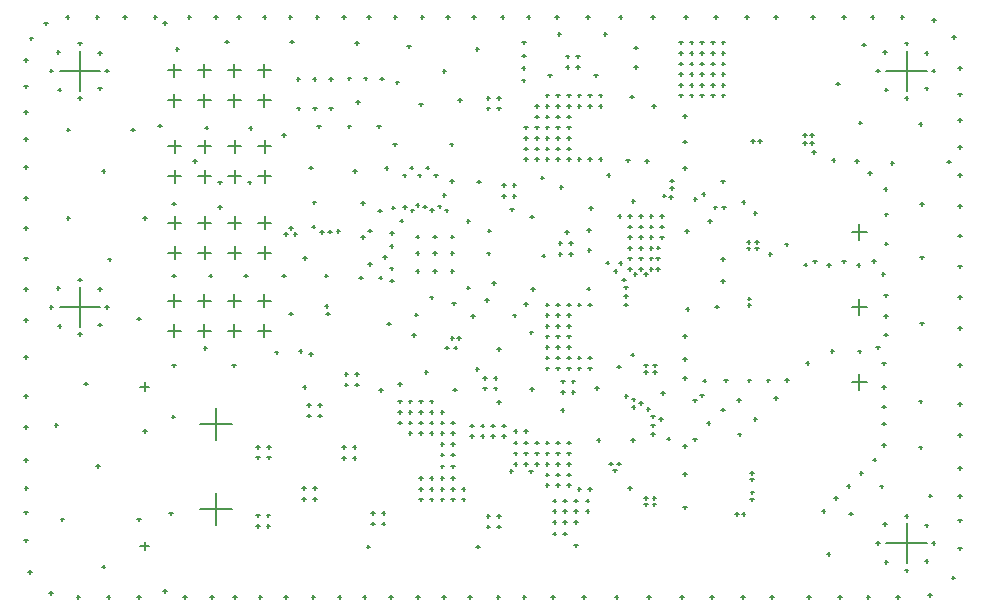
<source format=gbr>
G04*
G04 #@! TF.GenerationSoftware,Altium Limited,Altium Designer,24.10.1 (45)*
G04*
G04 Layer_Color=128*
%FSLAX25Y25*%
%MOIN*%
G70*
G04*
G04 #@! TF.SameCoordinates,CBAACD6F-12D9-4D4A-9EA7-E70620961981*
G04*
G04*
G04 #@! TF.FilePolarity,Positive*
G04*
G01*
G75*
%ADD11C,0.00500*%
D11*
X12992Y177165D02*
X26378D01*
X19685Y170472D02*
Y183858D01*
X12992Y98425D02*
X26378D01*
X19685Y91732D02*
Y105118D01*
X49016Y100551D02*
X53347D01*
X51181Y98386D02*
Y102717D01*
X79016Y100551D02*
X83346D01*
X81181Y98386D02*
Y102717D01*
X59016Y100551D02*
X63346D01*
X61181Y98386D02*
Y102717D01*
X69016Y100551D02*
X73347D01*
X71181Y98386D02*
Y102717D01*
X79016Y90551D02*
X83346D01*
X81181Y88386D02*
Y92716D01*
X49016Y90551D02*
X53347D01*
X51181Y88386D02*
Y92716D01*
X59016Y90551D02*
X63346D01*
X61181Y88386D02*
Y92716D01*
X69016Y90551D02*
X73347D01*
X71181Y88386D02*
Y92716D01*
X288583Y177165D02*
X301969D01*
X295276Y170472D02*
Y183858D01*
X69117Y141991D02*
X73448D01*
X71282Y139825D02*
Y144156D01*
X59117Y141991D02*
X63448D01*
X61282Y139825D02*
Y144156D01*
X49117Y141991D02*
X53448D01*
X51282Y139825D02*
Y144156D01*
X79117Y141991D02*
X83448D01*
X81282Y139825D02*
Y144156D01*
X69117Y151991D02*
X73448D01*
X71282Y149826D02*
Y154156D01*
X59117Y151991D02*
X63448D01*
X61282Y149826D02*
Y154156D01*
X79117Y151991D02*
X83448D01*
X81282Y149826D02*
Y154156D01*
X49117Y151991D02*
X53448D01*
X51282Y149826D02*
Y154156D01*
X276969Y73425D02*
X282087D01*
X279528Y70866D02*
Y75984D01*
X276969Y98425D02*
X282087D01*
X279528Y95866D02*
Y100984D01*
X276969Y123425D02*
X282087D01*
X279528Y120866D02*
Y125984D01*
X59646Y31102D02*
X70276D01*
X64961Y25787D02*
Y36417D01*
X59646Y59449D02*
X70276D01*
X64961Y54134D02*
Y64764D01*
X39862Y18701D02*
X42815D01*
X41339Y17224D02*
Y20177D01*
X39862Y71850D02*
X42815D01*
X41339Y70374D02*
Y73327D01*
X69117Y116400D02*
X73448D01*
X71282Y114235D02*
Y118566D01*
X59117Y116400D02*
X63448D01*
X61282Y114235D02*
Y118566D01*
X49117Y116400D02*
X53448D01*
X51282Y114235D02*
Y118566D01*
X79117Y116400D02*
X83448D01*
X81282Y114235D02*
Y118566D01*
X69117Y126400D02*
X73448D01*
X71282Y124235D02*
Y128566D01*
X59117Y126400D02*
X63448D01*
X61282Y124235D02*
Y128566D01*
X79117Y126400D02*
X83448D01*
X81282Y124235D02*
Y128566D01*
X49117Y126400D02*
X53448D01*
X51282Y124235D02*
Y128566D01*
X69016Y167323D02*
X73347D01*
X71181Y165157D02*
Y169488D01*
X59016Y167323D02*
X63346D01*
X61181Y165157D02*
Y169488D01*
X49016Y167323D02*
X53347D01*
X51181Y165157D02*
Y169488D01*
X79016Y167323D02*
X83346D01*
X81181Y165157D02*
Y169488D01*
X69016Y177323D02*
X73347D01*
X71181Y175157D02*
Y179488D01*
X59016Y177323D02*
X63346D01*
X61181Y175157D02*
Y179488D01*
X79016Y177323D02*
X83346D01*
X81181Y175157D02*
Y179488D01*
X49016Y177323D02*
X53347D01*
X51181Y175157D02*
Y179488D01*
X288583Y19685D02*
X301969D01*
X295276Y12992D02*
Y26378D01*
X210827Y78937D02*
X212008D01*
X211417Y78347D02*
Y79528D01*
X210827Y76673D02*
X212008D01*
X211417Y76083D02*
Y77264D01*
X285236Y19685D02*
X286417D01*
X285827Y19094D02*
Y20276D01*
X303740Y19685D02*
X304921D01*
X304331Y19094D02*
Y20276D01*
X294685Y28740D02*
X295866D01*
X295276Y28150D02*
Y29331D01*
X294685Y10630D02*
X295866D01*
X295276Y10039D02*
Y11220D01*
X287598Y25984D02*
X288779D01*
X288189Y25394D02*
Y26575D01*
X301378Y25591D02*
X302559D01*
X301969Y25000D02*
Y26181D01*
X287992Y13386D02*
X289173D01*
X288583Y12795D02*
Y13976D01*
X301378Y13780D02*
X302559D01*
X301969Y13189D02*
Y14370D01*
X285236Y177165D02*
X286417D01*
X285827Y176575D02*
Y177756D01*
X303740Y177165D02*
X304921D01*
X304331Y176575D02*
Y177756D01*
X294685Y186221D02*
X295866D01*
X295276Y185630D02*
Y186811D01*
X294685Y168110D02*
X295866D01*
X295276Y167520D02*
Y168701D01*
X287598Y183465D02*
X288779D01*
X288189Y182874D02*
Y184055D01*
X301378Y183071D02*
X302559D01*
X301969Y182480D02*
Y183661D01*
X287992Y170866D02*
X289173D01*
X288583Y170276D02*
Y171457D01*
X301378Y171260D02*
X302559D01*
X301969Y170669D02*
Y171850D01*
X9646Y98425D02*
X10827D01*
X10236Y97835D02*
Y99016D01*
X28150Y98425D02*
X29331D01*
X28740Y97835D02*
Y99016D01*
X19094Y107480D02*
X20276D01*
X19685Y106890D02*
Y108071D01*
X19094Y89370D02*
X20276D01*
X19685Y88779D02*
Y89961D01*
X12008Y104724D02*
X13189D01*
X12598Y104134D02*
Y105315D01*
X25787Y104331D02*
X26969D01*
X26378Y103740D02*
Y104921D01*
X12402Y92126D02*
X13583D01*
X12992Y91535D02*
Y92716D01*
X25787Y92520D02*
X26969D01*
X26378Y91929D02*
Y93110D01*
X25787Y171260D02*
X26969D01*
X26378Y170669D02*
Y171850D01*
X12402Y170866D02*
X13583D01*
X12992Y170276D02*
Y171457D01*
X25787Y183071D02*
X26969D01*
X26378Y182480D02*
Y183661D01*
X12008Y183465D02*
X13189D01*
X12598Y182874D02*
Y184055D01*
X19094Y168110D02*
X20276D01*
X19685Y167520D02*
Y168701D01*
X19094Y186221D02*
X20276D01*
X19685Y185630D02*
Y186811D01*
X28150Y177165D02*
X29331D01*
X28740Y176575D02*
Y177756D01*
X9646Y177165D02*
X10827D01*
X10236Y176575D02*
Y177756D01*
X130512Y88976D02*
X131693D01*
X131102Y88386D02*
Y89567D01*
X81988Y25394D02*
X83169D01*
X82579Y24803D02*
Y25984D01*
X78445Y25394D02*
X79626D01*
X79035Y24803D02*
Y25984D01*
X78445Y28937D02*
X79626D01*
X79035Y28346D02*
Y29528D01*
X81988Y28937D02*
X83169D01*
X82579Y28346D02*
Y29528D01*
X110728Y48130D02*
X111909D01*
X111319Y47539D02*
Y48720D01*
X107185Y48130D02*
X108366D01*
X107776Y47539D02*
Y48720D01*
X107185Y51673D02*
X108366D01*
X107776Y51083D02*
Y52264D01*
X110728Y51673D02*
X111909D01*
X111319Y51083D02*
Y52264D01*
X111516Y76083D02*
X112697D01*
X112106Y75492D02*
Y76673D01*
X107973Y76083D02*
X109153D01*
X108563Y75492D02*
Y76673D01*
X107973Y72539D02*
X109153D01*
X108563Y71949D02*
Y73130D01*
X111516Y72539D02*
X112697D01*
X112106Y71949D02*
Y73130D01*
X82087Y51772D02*
X83268D01*
X82677Y51181D02*
Y52362D01*
X78543Y51772D02*
X79724D01*
X79134Y51181D02*
Y52362D01*
X78543Y48228D02*
X79724D01*
X79134Y47638D02*
Y48819D01*
X82087Y48228D02*
X83268D01*
X82677Y47638D02*
Y48819D01*
X120374Y29724D02*
X121555D01*
X120965Y29134D02*
Y30315D01*
X116831Y29724D02*
X118012D01*
X117421Y29134D02*
Y30315D01*
X116831Y26181D02*
X118012D01*
X117421Y25591D02*
Y26772D01*
X120374Y26181D02*
X121555D01*
X120965Y25591D02*
Y26772D01*
X97441Y37992D02*
X98622D01*
X98032Y37402D02*
Y38583D01*
X93898Y37992D02*
X95079D01*
X94488Y37402D02*
Y38583D01*
X93898Y34449D02*
X95079D01*
X94488Y33858D02*
Y35039D01*
X97441Y34449D02*
X98622D01*
X98032Y33858D02*
Y35039D01*
X99114Y65748D02*
X100295D01*
X99705Y65158D02*
Y66339D01*
X95571Y65748D02*
X96752D01*
X96161Y65158D02*
Y66339D01*
X95571Y62205D02*
X96752D01*
X96161Y61614D02*
Y62795D01*
X99114Y62205D02*
X100295D01*
X99705Y61614D02*
Y62795D01*
X197539Y43898D02*
X198721D01*
X198130Y43307D02*
Y44488D01*
X192086Y54001D02*
X193267D01*
X192676Y53411D02*
Y54592D01*
X221572Y123671D02*
X222753D01*
X222163Y123080D02*
Y124261D01*
X151887Y18553D02*
X153068D01*
X152478Y17962D02*
Y19143D01*
X94013Y71702D02*
X95194D01*
X94604Y71112D02*
Y72293D01*
X184564Y18946D02*
X185745D01*
X185155Y18356D02*
Y19537D01*
X115273Y18553D02*
X116454D01*
X115863Y17962D02*
Y19143D01*
X49525Y29576D02*
X50706D01*
X50115Y28986D02*
Y30167D01*
X50312Y61860D02*
X51493D01*
X50903Y61269D02*
Y62450D01*
X38895Y94537D02*
X40076D01*
X39485Y93946D02*
Y95127D01*
X29052Y114222D02*
X30233D01*
X29643Y113631D02*
Y114813D01*
X15273Y128001D02*
X16454D01*
X15864Y127411D02*
Y128592D01*
X40863Y128001D02*
X42044D01*
X41454Y127411D02*
Y128592D01*
X27084Y143750D02*
X28265D01*
X27674Y143159D02*
Y144340D01*
X36926Y157529D02*
X38107D01*
X37517Y156939D02*
Y158120D01*
X15273Y157529D02*
X16454D01*
X15864Y156939D02*
Y158120D01*
X27084Y11860D02*
X28265D01*
X27674Y11269D02*
Y12450D01*
X38895Y27608D02*
X40076D01*
X39485Y27017D02*
Y28198D01*
X13304Y27608D02*
X14485D01*
X13895Y27017D02*
Y28198D01*
X25115Y45324D02*
X26296D01*
X25706Y44734D02*
Y45915D01*
X11336Y59104D02*
X12517D01*
X11926Y58513D02*
Y59694D01*
X21178Y72883D02*
X22359D01*
X21769Y72293D02*
Y73474D01*
X40863Y57135D02*
X42044D01*
X41454Y56545D02*
Y57726D01*
X302675Y35482D02*
X303856D01*
X303265Y34891D02*
Y36072D01*
X38878Y1772D02*
X40059D01*
X39469Y1181D02*
Y2362D01*
X28740Y1772D02*
X29921D01*
X29331Y1181D02*
Y2362D01*
X18602Y1772D02*
X19783D01*
X19193Y1181D02*
Y2362D01*
X9449Y3051D02*
X10630D01*
X10039Y2461D02*
Y3642D01*
X25000Y195079D02*
X26181D01*
X25591Y194488D02*
Y195669D01*
X7776Y192913D02*
X8957D01*
X8366Y192323D02*
Y193504D01*
X15059Y195079D02*
X16240D01*
X15650Y194488D02*
Y195669D01*
X34252Y195079D02*
X35433D01*
X34843Y194488D02*
Y195669D01*
X44291Y195079D02*
X45472D01*
X44882Y194488D02*
Y195669D01*
X299410Y51575D02*
X300590D01*
X300000Y50984D02*
Y52165D01*
X113583Y133071D02*
X114764D01*
X114173Y132480D02*
Y133661D01*
X164066Y95616D02*
X165247D01*
X164657Y95025D02*
Y96206D01*
X177362Y26772D02*
X178543D01*
X177953Y26181D02*
Y27362D01*
X139961Y49213D02*
X141142D01*
X140551Y48622D02*
Y49803D01*
X287205Y59547D02*
X288386D01*
X287795Y58957D02*
Y60138D01*
X270374Y147343D02*
X271555D01*
X270965Y146752D02*
Y147933D01*
X72244Y195079D02*
X73425D01*
X72835Y194488D02*
Y195669D01*
X162992Y43701D02*
X164173D01*
X163583Y43110D02*
Y44291D01*
X136516Y130709D02*
X137697D01*
X137106Y130118D02*
Y131299D01*
X143307Y121850D02*
X144488D01*
X143898Y121260D02*
Y122441D01*
X151673Y184449D02*
X152854D01*
X152264Y183858D02*
Y185039D01*
X169783Y128543D02*
X170965D01*
X170374Y127953D02*
Y129134D01*
X132874Y34252D02*
X134055D01*
X133465Y33661D02*
Y34843D01*
X136417Y59842D02*
X137598D01*
X137008Y59252D02*
Y60433D01*
X269980Y83661D02*
X271161D01*
X270571Y83071D02*
Y84252D01*
X303839Y193996D02*
X305020D01*
X304429Y193405D02*
Y194587D01*
X143307Y88090D02*
X144488D01*
X143898Y87500D02*
Y88681D01*
X206102Y118110D02*
X207283D01*
X206693Y117520D02*
Y118701D01*
X199409Y112992D02*
X200591D01*
X200000Y112402D02*
Y113583D01*
X181693Y178347D02*
X182874D01*
X182283Y177756D02*
Y178937D01*
X198917Y78543D02*
X200098D01*
X199508Y77953D02*
Y79134D01*
X182087Y168898D02*
X183268D01*
X182677Y168307D02*
Y169488D01*
X147047Y34252D02*
X148228D01*
X147638Y33661D02*
Y34843D01*
X219488Y183071D02*
X220669D01*
X220079Y182480D02*
Y183661D01*
X220866Y74803D02*
X222047D01*
X221457Y74213D02*
Y75394D01*
X312598Y101673D02*
X313779D01*
X313189Y101083D02*
Y102264D01*
X143813Y99586D02*
X144994D01*
X144404Y98996D02*
Y100177D01*
X228740Y59646D02*
X229921D01*
X229331Y59055D02*
Y60236D01*
X180118Y73622D02*
X181299D01*
X180709Y73032D02*
Y74213D01*
X157677Y71260D02*
X158858D01*
X158268Y70669D02*
Y71850D01*
X151673Y77756D02*
X152854D01*
X152264Y77165D02*
Y78347D01*
X182087Y158268D02*
X183268D01*
X182677Y157677D02*
Y158858D01*
X175000Y49606D02*
X176181D01*
X175591Y49016D02*
Y50197D01*
X226575Y186614D02*
X227756D01*
X227165Y186024D02*
Y187205D01*
X167126Y186614D02*
X168307D01*
X167717Y186024D02*
Y187205D01*
X63091Y1772D02*
X64272D01*
X63681Y1181D02*
Y2362D01*
X1181Y68799D02*
X2362D01*
X1772Y68209D02*
Y69390D01*
X210236Y58957D02*
X211417D01*
X210827Y58366D02*
Y59547D01*
X201279Y68800D02*
X202461D01*
X201870Y68209D02*
Y69390D01*
X70571Y78937D02*
X71752D01*
X71161Y78347D02*
Y79528D01*
X175000Y165354D02*
X176181D01*
X175591Y164764D02*
Y165945D01*
X189173Y81496D02*
X190354D01*
X189764Y80905D02*
Y82087D01*
X230118Y172441D02*
X231299D01*
X230709Y171850D02*
Y173031D01*
X188976Y117421D02*
X190157D01*
X189567Y116831D02*
Y118012D01*
X140551Y1772D02*
X141732D01*
X141142Y1181D02*
Y2362D01*
X1181Y163386D02*
X2362D01*
X1772Y162795D02*
Y163976D01*
X92028Y164567D02*
X93209D01*
X92618Y163976D02*
Y165157D01*
X243307Y36614D02*
X244488D01*
X243898Y36024D02*
Y37205D01*
X171457Y151181D02*
X172638D01*
X172047Y150591D02*
Y151772D01*
X171457Y49606D02*
X172638D01*
X172047Y49016D02*
Y50197D01*
X175000Y99213D02*
X176181D01*
X175591Y98622D02*
Y99803D01*
X206102Y111024D02*
X207283D01*
X206693Y110433D02*
Y111614D01*
X210531Y165453D02*
X211713D01*
X211122Y164862D02*
Y166043D01*
X229823Y1772D02*
X231004D01*
X230413Y1181D02*
Y2362D01*
X251181Y195079D02*
X252362D01*
X251772Y194488D02*
Y195669D01*
X89468Y96161D02*
X90650D01*
X90059Y95571D02*
Y96752D01*
X139075Y131890D02*
X140256D01*
X139665Y131299D02*
Y132480D01*
X149803Y58858D02*
X150984D01*
X150394Y58268D02*
Y59449D01*
X61390Y158188D02*
X62571D01*
X61980Y157597D02*
Y158778D01*
X178543Y42520D02*
X179724D01*
X179134Y41929D02*
Y43110D01*
X182087Y92126D02*
X183268D01*
X182677Y91535D02*
Y92716D01*
X196161Y46161D02*
X197343D01*
X196752Y45571D02*
Y46752D01*
X251181Y68012D02*
X252362D01*
X251772Y67421D02*
Y68602D01*
X2461Y10039D02*
X3642D01*
X3051Y9449D02*
Y10630D01*
X160039Y195079D02*
X161221D01*
X160630Y194488D02*
Y195669D01*
X119488Y70768D02*
X120669D01*
X120079Y70177D02*
Y71358D01*
X143209Y140453D02*
X144390D01*
X143799Y139862D02*
Y141043D01*
X121358Y144685D02*
X122539D01*
X121949Y144095D02*
Y145276D01*
X169898Y71086D02*
X171080D01*
X170489Y70495D02*
Y71676D01*
X177362Y30315D02*
X178543D01*
X177953Y29724D02*
Y30906D01*
X143504Y49213D02*
X144685D01*
X144095Y48622D02*
Y49803D01*
X287205Y52461D02*
X288386D01*
X287795Y51870D02*
Y53051D01*
X278248Y147047D02*
X279429D01*
X278839Y146457D02*
Y147638D01*
X80709Y195079D02*
X81890D01*
X81299Y194488D02*
Y195669D01*
X169587Y43602D02*
X170768D01*
X170177Y43012D02*
Y44193D01*
X134144Y131832D02*
X135325D01*
X134734Y131242D02*
Y132423D01*
X299410Y159449D02*
X300590D01*
X300000Y158858D02*
Y160039D01*
X140650Y176969D02*
X141831D01*
X141240Y176378D02*
Y177559D01*
X179626Y138386D02*
X180807D01*
X180217Y137795D02*
Y138976D01*
X136417Y34252D02*
X137598D01*
X137008Y33661D02*
Y34843D01*
X139961Y59842D02*
X141142D01*
X140551Y59252D02*
Y60433D01*
X261713Y79724D02*
X262894D01*
X262303Y79134D02*
Y80315D01*
X310531Y188386D02*
X311713D01*
X311122Y187795D02*
Y188976D01*
X145472Y87992D02*
X146653D01*
X146063Y87402D02*
Y88583D01*
X202559Y121653D02*
X203740D01*
X203150Y121063D02*
Y122244D01*
X131693Y121850D02*
X132874D01*
X132283Y121260D02*
Y122441D01*
X181693Y181890D02*
X182874D01*
X182283Y181299D02*
Y182480D01*
X191437Y71457D02*
X192618D01*
X192028Y70866D02*
Y72047D01*
X189173Y168898D02*
X190354D01*
X189764Y168307D02*
Y169488D01*
X147047Y37795D02*
X148228D01*
X147638Y37205D02*
Y38386D01*
X219488Y168898D02*
X220669D01*
X220079Y168307D02*
Y169488D01*
X268799Y112402D02*
X269980D01*
X269390Y111811D02*
Y112992D01*
X312598Y111909D02*
X313779D01*
X313189Y111319D02*
Y112500D01*
X200492Y107480D02*
X201673D01*
X201083Y106890D02*
Y108071D01*
X201181Y102067D02*
X202362D01*
X201772Y101476D02*
Y102657D01*
X180118Y70079D02*
X181299D01*
X180709Y69488D02*
Y70669D01*
X154134Y71260D02*
X155315D01*
X154724Y70669D02*
Y71850D01*
X203642Y133661D02*
X204823D01*
X204232Y133071D02*
Y134252D01*
X178543Y158268D02*
X179724D01*
X179134Y157677D02*
Y158858D01*
X175000Y46063D02*
X176181D01*
X175591Y45472D02*
Y46654D01*
X223031Y183071D02*
X224213D01*
X223622Y182480D02*
Y183661D01*
X167028Y173917D02*
X168209D01*
X167618Y173327D02*
Y174508D01*
X312598Y17913D02*
X313779D01*
X313189Y17323D02*
Y18504D01*
X1181Y58465D02*
X2362D01*
X1772Y57874D02*
Y59055D01*
X210236Y61910D02*
X211417D01*
X210827Y61319D02*
Y62500D01*
X182874Y116142D02*
X184055D01*
X183465Y115551D02*
Y116732D01*
X84744Y83268D02*
X85925D01*
X85335Y82677D02*
Y83858D01*
X175000Y161811D02*
X176181D01*
X175591Y161221D02*
Y162402D01*
X189173Y77953D02*
X190354D01*
X189764Y77362D02*
Y78543D01*
X230118Y175984D02*
X231299D01*
X230709Y175394D02*
Y176575D01*
X240354Y133392D02*
X241535D01*
X240945Y132801D02*
Y133983D01*
X131890Y1772D02*
X133071D01*
X132480Y1181D02*
Y2362D01*
X1181Y154429D02*
X2362D01*
X1772Y153839D02*
Y155020D01*
X97441Y164567D02*
X98622D01*
X98032Y163976D02*
Y165157D01*
X243209Y34252D02*
X244390D01*
X243799Y33661D02*
Y34843D01*
X167913Y151181D02*
X169095D01*
X168504Y150591D02*
Y151772D01*
X171457Y53150D02*
X172638D01*
X172047Y52559D02*
Y53740D01*
X178543Y99213D02*
X179724D01*
X179134Y98622D02*
Y99803D01*
X209646Y111024D02*
X210827D01*
X210236Y110433D02*
Y111614D01*
X208169Y147047D02*
X209350D01*
X208760Y146457D02*
Y147638D01*
X219882Y1772D02*
X221063D01*
X220472Y1181D02*
Y2362D01*
X263484Y195079D02*
X264665D01*
X264075Y194488D02*
Y195669D01*
X135039Y144882D02*
X136221D01*
X135630Y144291D02*
Y145472D01*
X105315Y123672D02*
X106496D01*
X105905Y123082D02*
Y124263D01*
X153347Y58858D02*
X154528D01*
X153937Y58268D02*
Y59449D01*
X76083Y158071D02*
X77264D01*
X76673Y157480D02*
Y158661D01*
X182087Y42520D02*
X183268D01*
X182677Y41929D02*
Y43110D01*
X182087Y88583D02*
X183268D01*
X182677Y87992D02*
Y89173D01*
X197736Y110335D02*
X198917D01*
X198327Y109744D02*
Y110925D01*
X220768Y52067D02*
X221949D01*
X221358Y51476D02*
Y52658D01*
X47441Y3740D02*
X48622D01*
X48031Y3150D02*
Y4331D01*
X168701Y195079D02*
X169882D01*
X169291Y194488D02*
Y195669D01*
X134646Y76673D02*
X135827D01*
X135236Y76083D02*
Y77264D01*
X123228Y123130D02*
X124409D01*
X123819Y122539D02*
Y123721D01*
X204289Y109457D02*
X205470D01*
X204879Y108866D02*
Y110047D01*
X286417Y38583D02*
X287598D01*
X287008Y37992D02*
Y39173D01*
X96260Y144882D02*
X97441D01*
X96850Y144291D02*
Y145472D01*
X177362Y33858D02*
X178543D01*
X177953Y33268D02*
Y34449D01*
X139961Y45276D02*
X141142D01*
X140551Y44685D02*
Y45866D01*
X284055Y47539D02*
X285236D01*
X284646Y46949D02*
Y48130D01*
X282480Y143012D02*
X283661D01*
X283071Y142421D02*
Y143602D01*
X89272Y195079D02*
X90453D01*
X89862Y194488D02*
Y195669D01*
X263189Y153051D02*
X264370D01*
X263779Y152461D02*
Y153642D01*
X129947Y130584D02*
X131129D01*
X130538Y129993D02*
Y131175D01*
X279331Y159843D02*
X280512D01*
X279921Y159252D02*
Y160433D01*
X128839Y185236D02*
X130020D01*
X129429Y184646D02*
Y185827D01*
X195374Y142323D02*
X196555D01*
X195965Y141732D02*
Y142913D01*
X139961Y34252D02*
X141142D01*
X140551Y33661D02*
Y34843D01*
X136417Y63386D02*
X137598D01*
X137008Y62795D02*
Y63976D01*
X254823Y74114D02*
X256004D01*
X255413Y73524D02*
Y74705D01*
X310335Y8169D02*
X311516D01*
X310925Y7579D02*
Y8760D01*
X131299Y95866D02*
X132480D01*
X131890Y95276D02*
Y96457D01*
X202559Y128740D02*
X203740D01*
X203150Y128150D02*
Y129331D01*
X137500Y121850D02*
X138681D01*
X138091Y121260D02*
Y122441D01*
X185236Y181890D02*
X186417D01*
X185827Y181299D02*
Y182480D01*
X163091Y130905D02*
X164272D01*
X163681Y130315D02*
Y131496D01*
X185630Y168898D02*
X186811D01*
X186221Y168307D02*
Y169488D01*
X143504Y41339D02*
X144685D01*
X144095Y40748D02*
Y41929D01*
X219488Y175984D02*
X220669D01*
X220079Y175394D02*
Y176575D01*
X278740Y112402D02*
X279921D01*
X279331Y111811D02*
Y112992D01*
X312598Y122146D02*
X313779D01*
X313189Y121555D02*
Y122736D01*
X207874Y76673D02*
X209055D01*
X208465Y76083D02*
Y77264D01*
X201181Y104921D02*
X202362D01*
X201772Y104331D02*
Y105512D01*
X183661Y70079D02*
X184843D01*
X184252Y69488D02*
Y70669D01*
X154134Y74803D02*
X155315D01*
X154724Y74213D02*
Y75394D01*
X178937Y189370D02*
X180118D01*
X179528Y188779D02*
Y189961D01*
X178543Y161811D02*
X179724D01*
X179134Y161221D02*
Y162402D01*
X125787Y63386D02*
X126969D01*
X126378Y62795D02*
Y63976D01*
X230118Y183071D02*
X231299D01*
X230709Y182480D02*
Y183661D01*
X167126Y182185D02*
X168307D01*
X167717Y181595D02*
Y182776D01*
X312598Y27264D02*
X313779D01*
X313189Y26673D02*
Y27854D01*
X1181Y47343D02*
X2362D01*
X1772Y46752D02*
Y47933D01*
X203740Y65059D02*
X204921D01*
X204331Y64468D02*
Y65650D01*
X179331Y116142D02*
X180512D01*
X179921Y115551D02*
Y116732D01*
X60943Y84748D02*
X62124D01*
X61533Y84158D02*
Y85339D01*
X175000Y158268D02*
X176181D01*
X175591Y157677D02*
Y158858D01*
X185630Y77953D02*
X186811D01*
X186221Y77362D02*
Y78543D01*
X223031Y172441D02*
X224213D01*
X223622Y171850D02*
Y173031D01*
X249311Y116043D02*
X250492D01*
X249902Y115453D02*
Y116634D01*
X122933Y1772D02*
X124114D01*
X123524Y1181D02*
Y2362D01*
X1181Y144980D02*
X2362D01*
X1772Y144390D02*
Y145571D01*
X102854Y174409D02*
X104035D01*
X103445Y173819D02*
Y175000D01*
X224213Y67224D02*
X225394D01*
X224803Y66634D02*
Y67815D01*
X167913Y154724D02*
X169095D01*
X168504Y154134D02*
Y155315D01*
X178543Y147638D02*
X179724D01*
X179134Y147047D02*
Y148228D01*
X182087Y99213D02*
X183268D01*
X182677Y98622D02*
Y99803D01*
X233661Y168898D02*
X234842D01*
X234252Y168307D02*
Y169488D01*
X195079Y113189D02*
X196260D01*
X195669Y112598D02*
Y113779D01*
X208760Y1772D02*
X209941D01*
X209350Y1181D02*
Y2362D01*
X273917Y195079D02*
X275098D01*
X274508Y194488D02*
Y195669D01*
X129724Y144882D02*
X130905D01*
X130315Y144291D02*
Y145472D01*
X99803Y123327D02*
X100984D01*
X100394Y122736D02*
Y123917D01*
X153347Y55315D02*
X154528D01*
X153937Y54724D02*
Y55905D01*
X50492Y108858D02*
X51673D01*
X51083Y108268D02*
Y109449D01*
X182087Y46063D02*
X183268D01*
X182677Y45472D02*
Y46654D01*
X178543Y88583D02*
X179724D01*
X179134Y87992D02*
Y89173D01*
X242028Y120079D02*
X243209D01*
X242618Y119488D02*
Y120669D01*
X220768Y42717D02*
X221949D01*
X221358Y42126D02*
Y43307D01*
X54232Y1772D02*
X55413D01*
X54823Y1181D02*
Y2362D01*
X178248Y195079D02*
X179429D01*
X178839Y194488D02*
Y195669D01*
X125787Y72736D02*
X126969D01*
X126378Y72146D02*
Y73327D01*
X119193Y130512D02*
X120374D01*
X119783Y129921D02*
Y131102D01*
X97342Y133268D02*
X98524D01*
X97933Y132677D02*
Y133858D01*
X180020Y63976D02*
X181201D01*
X180610Y63386D02*
Y64567D01*
X177362Y22835D02*
X178543D01*
X177953Y22244D02*
Y23425D01*
X143504Y45276D02*
X144685D01*
X144095Y44685D02*
Y45866D01*
X279626Y43012D02*
X280807D01*
X280217Y42421D02*
Y43602D01*
X287697Y137795D02*
X288878D01*
X288287Y137205D02*
Y138386D01*
X98327Y195079D02*
X99508D01*
X98917Y194488D02*
Y195669D01*
X242323Y99016D02*
X243504D01*
X242913Y98425D02*
Y99606D01*
X127559Y131693D02*
X128740D01*
X128150Y131102D02*
Y132283D01*
X289961Y146457D02*
X291142D01*
X290551Y145866D02*
Y147047D01*
X111516Y186417D02*
X112697D01*
X112106Y185827D02*
Y187008D01*
X173721Y115551D02*
X174902D01*
X174311Y114961D02*
Y116142D01*
X180905Y33858D02*
X182087D01*
X181496Y33268D02*
Y34449D01*
X132874Y63386D02*
X134055D01*
X133465Y62795D02*
Y63976D01*
X248622Y73917D02*
X249803D01*
X249213Y73327D02*
Y74508D01*
X302461Y2362D02*
X303642D01*
X303051Y1772D02*
Y2953D01*
X155413Y116240D02*
X156595D01*
X156004Y115650D02*
Y116831D01*
X206102Y125197D02*
X207283D01*
X206693Y124606D02*
Y125787D01*
X158858Y168110D02*
X160039D01*
X159449Y167520D02*
Y168701D01*
X143307Y116339D02*
X144488D01*
X143898Y115748D02*
Y116929D01*
X173327Y141535D02*
X174508D01*
X173917Y140945D02*
Y142126D01*
X167913Y53150D02*
X169095D01*
X168504Y52559D02*
Y53740D01*
X139961Y41339D02*
X141142D01*
X140551Y40748D02*
Y41929D01*
X219488Y172441D02*
X220669D01*
X220079Y171850D02*
Y173031D01*
X287008Y109350D02*
X288189D01*
X287598Y108760D02*
Y109941D01*
X312598Y131988D02*
X313779D01*
X313189Y131398D02*
Y132579D01*
X207874Y78937D02*
X209055D01*
X208465Y78347D02*
Y79528D01*
X209646Y125197D02*
X210827D01*
X210236Y124606D02*
Y125787D01*
X201772Y147244D02*
X202953D01*
X202362Y146653D02*
Y147835D01*
X157677Y74803D02*
X158858D01*
X158268Y74213D02*
Y75394D01*
X191142Y175591D02*
X192323D01*
X191732Y175000D02*
Y176181D01*
X182087Y161811D02*
X183268D01*
X182677Y161221D02*
Y162402D01*
X132874Y66929D02*
X134055D01*
X133465Y66339D02*
Y67520D01*
X226575Y183071D02*
X227756D01*
X227165Y182480D02*
Y183661D01*
X167028Y178051D02*
X168209D01*
X167618Y177461D02*
Y178642D01*
X312500Y35433D02*
X313681D01*
X313090Y34843D02*
Y36024D01*
X1280Y38091D02*
X2461D01*
X1870Y37500D02*
Y38681D01*
X203740Y67618D02*
X204921D01*
X204331Y67028D02*
Y68209D01*
X179331Y119685D02*
X180512D01*
X179921Y119095D02*
Y120276D01*
X175000Y154724D02*
X176181D01*
X175591Y154134D02*
Y155315D01*
X178543Y77953D02*
X179724D01*
X179134Y77362D02*
Y78543D01*
X226575Y172441D02*
X227756D01*
X227165Y171850D02*
Y173031D01*
X261024Y112500D02*
X262205D01*
X261614Y111909D02*
Y113091D01*
X114075Y1772D02*
X115256D01*
X114665Y1181D02*
Y2362D01*
X1181Y134646D02*
X2362D01*
X1772Y134055D02*
Y135236D01*
X102854Y164567D02*
X104035D01*
X103445Y163976D02*
Y165157D01*
X242323Y101181D02*
X243504D01*
X242913Y100591D02*
Y101772D01*
X167913Y158268D02*
X169095D01*
X168504Y157677D02*
Y158858D01*
X182087Y147638D02*
X183268D01*
X182677Y147047D02*
Y148228D01*
X189173Y99213D02*
X190354D01*
X189764Y98622D02*
Y99803D01*
X233661Y175984D02*
X234842D01*
X234252Y175394D02*
Y176575D01*
X215354Y54528D02*
X216535D01*
X215945Y53937D02*
Y55118D01*
X198031Y1772D02*
X199213D01*
X198622Y1181D02*
Y2362D01*
X283366Y195079D02*
X284547D01*
X283957Y194488D02*
Y195669D01*
X101378Y98721D02*
X102559D01*
X101969Y98130D02*
Y99311D01*
X87795Y122698D02*
X88976D01*
X88386Y122107D02*
Y123288D01*
X160433Y55315D02*
X161614D01*
X161024Y54724D02*
Y55905D01*
X62697Y108858D02*
X63878D01*
X63287Y108268D02*
Y109449D01*
X178543Y46063D02*
X179724D01*
X179134Y45472D02*
Y46654D01*
X178543Y85039D02*
X179724D01*
X179134Y84449D02*
Y85630D01*
X242028Y117913D02*
X243209D01*
X242618Y117323D02*
Y118504D01*
X220768Y31594D02*
X221949D01*
X221358Y31004D02*
Y32185D01*
X291929Y1772D02*
X293110D01*
X292520Y1181D02*
Y2362D01*
X188484Y195079D02*
X189665D01*
X189075Y194488D02*
Y195669D01*
X144095Y70866D02*
X145276D01*
X144685Y70276D02*
Y71457D01*
X123622Y131496D02*
X124803D01*
X124213Y130905D02*
Y132087D01*
X207889Y109356D02*
X209070D01*
X208479Y108766D02*
Y109947D01*
X45768Y158858D02*
X46949D01*
X46358Y158268D02*
Y159449D01*
X188681Y104528D02*
X189862D01*
X189272Y103937D02*
Y105118D01*
X180905Y22835D02*
X182087D01*
X181496Y22244D02*
Y23425D01*
X129331Y63386D02*
X130512D01*
X129921Y62795D02*
Y63976D01*
X275394Y38780D02*
X276575D01*
X275984Y38189D02*
Y39370D01*
X287992Y129232D02*
X289173D01*
X288583Y128642D02*
Y129823D01*
X107087Y195079D02*
X108268D01*
X107677Y194488D02*
Y195669D01*
X245768Y153642D02*
X246949D01*
X246358Y153051D02*
Y154232D01*
X137795Y142224D02*
X138976D01*
X138386Y141634D02*
Y142815D01*
X308858Y146850D02*
X310039D01*
X309449Y146260D02*
Y147441D01*
X89862Y186811D02*
X91043D01*
X90453Y186221D02*
Y187402D01*
X189469Y131299D02*
X190650D01*
X190059Y130709D02*
Y131890D01*
X184449Y33858D02*
X185630D01*
X185039Y33268D02*
Y34449D01*
X139961Y63386D02*
X141142D01*
X140551Y62795D02*
Y63976D01*
X242323Y73917D02*
X243504D01*
X242913Y73327D02*
Y74508D01*
X216240Y135138D02*
X217421D01*
X216831Y134547D02*
Y135728D01*
X155610Y123819D02*
X156791D01*
X156201Y123228D02*
Y124409D01*
X206102Y128740D02*
X207283D01*
X206693Y128150D02*
Y129331D01*
X136417Y101575D02*
X137598D01*
X137008Y100984D02*
Y102165D01*
X155315Y168110D02*
X156496D01*
X155905Y167520D02*
Y168701D01*
X143307Y110433D02*
X144488D01*
X143898Y109843D02*
Y111024D01*
X143012Y152559D02*
X144193D01*
X143602Y151969D02*
Y153150D01*
X167913Y49606D02*
X169095D01*
X168504Y49016D02*
Y50197D01*
X132874Y41339D02*
X134055D01*
X133465Y40748D02*
Y41929D01*
X219488Y179527D02*
X220669D01*
X220079Y178937D02*
Y180118D01*
X287795Y102264D02*
X288976D01*
X288386Y101673D02*
Y102854D01*
X312598Y142323D02*
X313779D01*
X313189Y141732D02*
Y142913D01*
X208661Y64468D02*
X209842D01*
X209252Y63878D02*
Y65059D01*
X202559Y125197D02*
X203740D01*
X203150Y124606D02*
Y125787D01*
X125000Y173228D02*
X126181D01*
X125591Y172638D02*
Y173819D01*
X158858Y25197D02*
X160039D01*
X159449Y24606D02*
Y25787D01*
X194291Y189370D02*
X195472D01*
X194882Y188779D02*
Y189961D01*
X185630Y147638D02*
X186811D01*
X186221Y147047D02*
Y148228D01*
X136417Y66929D02*
X137598D01*
X137008Y66339D02*
Y67520D01*
X223031Y186614D02*
X224213D01*
X223622Y186024D02*
Y187205D01*
X231594Y98524D02*
X232776D01*
X232185Y97933D02*
Y99114D01*
X312598Y44685D02*
X313779D01*
X313189Y44094D02*
Y45276D01*
X115847Y123819D02*
X117028D01*
X116437Y123228D02*
Y124409D01*
X201181Y99213D02*
X202362D01*
X201772Y98622D02*
Y99803D01*
X182874Y119685D02*
X184055D01*
X183465Y119095D02*
Y120276D01*
X97047Y125197D02*
X98228D01*
X97638Y124606D02*
Y125787D01*
X175000Y151181D02*
X176181D01*
X175591Y150591D02*
Y151772D01*
X182087Y77953D02*
X183268D01*
X182677Y77362D02*
Y78543D01*
X223031Y175984D02*
X224213D01*
X223622Y175394D02*
Y176575D01*
X264173Y113583D02*
X265354D01*
X264764Y112992D02*
Y114173D01*
X105709Y1772D02*
X106890D01*
X106299Y1181D02*
Y2362D01*
X1181Y124803D02*
X2362D01*
X1772Y124213D02*
Y125394D01*
X119882Y174508D02*
X121063D01*
X120472Y173917D02*
Y175098D01*
X164416Y53150D02*
X165597D01*
X165006Y52560D02*
Y53741D01*
X167913Y147638D02*
X169095D01*
X168504Y147047D02*
Y148228D01*
X175000Y147638D02*
X176181D01*
X175591Y147047D02*
Y148228D01*
X185630Y99213D02*
X186811D01*
X186221Y98622D02*
Y99803D01*
X233661Y172441D02*
X234842D01*
X234252Y171850D02*
Y173031D01*
X260925Y153051D02*
X262106D01*
X261516Y152461D02*
Y153642D01*
X187106Y1772D02*
X188287D01*
X187697Y1181D02*
Y2362D01*
X293307Y195079D02*
X294488D01*
X293898Y194488D02*
Y195669D01*
X92716Y83760D02*
X93898D01*
X93307Y83169D02*
Y84350D01*
X90945Y122638D02*
X92126D01*
X91535Y122047D02*
Y123228D01*
X156890Y55315D02*
X158071D01*
X157480Y54724D02*
Y55905D01*
X74508Y108858D02*
X75689D01*
X75098Y108268D02*
Y109449D01*
X178543Y49606D02*
X179724D01*
X179134Y49016D02*
Y50197D01*
X182087Y85039D02*
X183268D01*
X182677Y84449D02*
Y85630D01*
X260925Y155709D02*
X262106D01*
X261516Y155118D02*
Y156299D01*
X207874Y34744D02*
X209055D01*
X208465Y34154D02*
Y35335D01*
X281988Y1772D02*
X283169D01*
X282579Y1181D02*
Y2362D01*
X199409Y195079D02*
X200591D01*
X200000Y194488D02*
Y195669D01*
X101870Y96161D02*
X103051D01*
X102461Y95571D02*
Y96752D01*
X126378Y127165D02*
X127559D01*
X126969Y126575D02*
Y127756D01*
X276181Y29528D02*
X277362D01*
X276772Y28937D02*
Y30118D01*
X50492Y132874D02*
X51673D01*
X51083Y132283D02*
Y133465D01*
X170166Y104437D02*
X171347D01*
X170757Y103846D02*
Y105027D01*
X188386Y30315D02*
X189567D01*
X188976Y29724D02*
Y30906D01*
X129331Y66929D02*
X130512D01*
X129921Y66339D02*
Y67520D01*
X271260Y34646D02*
X272441D01*
X271850Y34055D02*
Y35236D01*
X287992Y119488D02*
X289173D01*
X288583Y118898D02*
Y120079D01*
X115453Y195079D02*
X116634D01*
X116043Y194488D02*
Y195669D01*
X243110Y40945D02*
X244291D01*
X243701Y40354D02*
Y41535D01*
X132382Y142224D02*
X133563D01*
X132972Y141634D02*
Y142815D01*
X299803Y132677D02*
X300984D01*
X300394Y132087D02*
Y133268D01*
X68209Y186811D02*
X69390D01*
X68799Y186221D02*
Y187402D01*
X181595Y123425D02*
X182776D01*
X182185Y122835D02*
Y124016D01*
X184449Y30315D02*
X185630D01*
X185039Y29724D02*
Y30906D01*
X143504Y59842D02*
X144685D01*
X144095Y59252D02*
Y60433D01*
X234547Y73917D02*
X235728D01*
X235138Y73327D02*
Y74508D01*
X213976Y135531D02*
X215158D01*
X214567Y134941D02*
Y136122D01*
X157087Y106299D02*
X158268D01*
X157677Y105709D02*
Y106890D01*
X213189Y128740D02*
X214370D01*
X213779Y128150D02*
Y129331D01*
X118799Y158563D02*
X119980D01*
X119390Y157972D02*
Y159153D01*
X137598Y110433D02*
X138779D01*
X138189Y109843D02*
Y111024D01*
X124114Y152559D02*
X125295D01*
X124705Y151969D02*
Y153150D01*
X167913Y46063D02*
X169095D01*
X168504Y45472D02*
Y46654D01*
X136417Y41339D02*
X137598D01*
X137008Y40748D02*
Y41929D01*
X139961Y56299D02*
X141142D01*
X140551Y55709D02*
Y56890D01*
X287795Y95472D02*
X288976D01*
X288386Y94882D02*
Y96063D01*
X312598Y151772D02*
X313779D01*
X313189Y151181D02*
Y152362D01*
X212795Y61122D02*
X213976D01*
X213386Y60532D02*
Y61713D01*
X206102Y121653D02*
X207283D01*
X206693Y121063D02*
Y122244D01*
X204429Y184843D02*
X205610D01*
X205020Y184252D02*
Y185433D01*
X155315Y25197D02*
X156496D01*
X155905Y24606D02*
Y25787D01*
X175787Y175591D02*
X176969D01*
X176378Y175000D02*
Y176181D01*
X192717Y147638D02*
X193898D01*
X193307Y147047D02*
Y148228D01*
X125787Y59842D02*
X126969D01*
X126378Y59252D02*
Y60433D01*
X230118Y186614D02*
X231299D01*
X230709Y186024D02*
Y187205D01*
X233465Y106988D02*
X234646D01*
X234055Y106398D02*
Y107579D01*
X312598Y55807D02*
X313779D01*
X313189Y55216D02*
Y56398D01*
X102559Y123524D02*
X103740D01*
X103150Y122933D02*
Y124114D01*
X216437Y140551D02*
X217618D01*
X217028Y139961D02*
Y141142D01*
X163976Y135433D02*
X165157D01*
X164567Y134843D02*
Y136024D01*
X115847Y112795D02*
X117028D01*
X116437Y112205D02*
Y113386D01*
X182087Y151181D02*
X183268D01*
X182677Y150591D02*
Y151772D01*
X175000Y77953D02*
X176181D01*
X175591Y77362D02*
Y78543D01*
X226575Y179527D02*
X227756D01*
X227165Y178937D02*
Y180118D01*
X254724Y119291D02*
X255906D01*
X255315Y118701D02*
Y119882D01*
X96949Y1772D02*
X98130D01*
X97539Y1181D02*
Y2362D01*
X1181Y114567D02*
X2362D01*
X1772Y113976D02*
Y115157D01*
X227067Y136122D02*
X228248D01*
X227658Y135531D02*
Y136713D01*
X164416Y49607D02*
X165597D01*
X165006Y49016D02*
Y50197D01*
X171457Y147638D02*
X172638D01*
X172047Y147047D02*
Y148228D01*
X185630Y165354D02*
X186811D01*
X186221Y164764D02*
Y165945D01*
X175000Y81496D02*
X176181D01*
X175591Y80905D02*
Y82087D01*
X233661Y179527D02*
X234842D01*
X234252Y178937D02*
Y180118D01*
X227362Y73819D02*
X228543D01*
X227953Y73228D02*
Y74410D01*
X176870Y1772D02*
X178051D01*
X177461Y1181D02*
Y2362D01*
X1181Y180709D02*
X2362D01*
X1772Y180118D02*
Y181299D01*
X91967Y174372D02*
X93148D01*
X92557Y173782D02*
Y174963D01*
X122146Y92815D02*
X123327D01*
X122736Y92224D02*
Y93405D01*
X156890Y58858D02*
X158071D01*
X157480Y58268D02*
Y59449D01*
X87106Y108858D02*
X88287D01*
X87697Y108268D02*
Y109449D01*
X182087Y49606D02*
X183268D01*
X182677Y49016D02*
Y50197D01*
X175000Y85039D02*
X176181D01*
X175591Y84449D02*
Y85630D01*
X263090Y155709D02*
X264272D01*
X263681Y155118D02*
Y156299D01*
X221752Y97638D02*
X222933D01*
X222342Y97047D02*
Y98228D01*
X272539Y1772D02*
X273721D01*
X273130Y1181D02*
Y2362D01*
X210138Y195079D02*
X211319D01*
X210728Y194488D02*
Y195669D01*
X123228Y107185D02*
X124409D01*
X123819Y106595D02*
Y107776D01*
X268701Y16142D02*
X269882D01*
X269291Y15551D02*
Y16732D01*
X65847Y131693D02*
X67028D01*
X66437Y131102D02*
Y132283D01*
X175000Y42520D02*
X176181D01*
X175591Y41929D02*
Y43110D01*
X188386Y33858D02*
X189567D01*
X188976Y33268D02*
Y34449D01*
X125787Y66929D02*
X126969D01*
X126378Y66339D02*
Y67520D01*
X267028Y30315D02*
X268209D01*
X267618Y29724D02*
Y30906D01*
X283858Y113779D02*
X285039D01*
X284449Y113189D02*
Y114370D01*
X124311Y195079D02*
X125492D01*
X124902Y194488D02*
Y195669D01*
X226476Y68898D02*
X227658D01*
X227067Y68307D02*
Y69488D01*
X127362Y142224D02*
X128543D01*
X127953Y141634D02*
Y142815D01*
X299803Y114961D02*
X300984D01*
X300394Y114370D02*
Y115551D01*
X51673Y184449D02*
X52854D01*
X52264Y183858D02*
Y185039D01*
X167815Y99410D02*
X168996D01*
X168405Y98819D02*
Y100000D01*
X180905Y30315D02*
X182087D01*
X181496Y29724D02*
Y30906D01*
X143504Y56299D02*
X144685D01*
X144095Y55709D02*
Y56890D01*
X287106Y79626D02*
X288287D01*
X287697Y79035D02*
Y80216D01*
X244783Y120079D02*
X245965D01*
X245374Y119488D02*
Y120669D01*
X154921Y100787D02*
X156102D01*
X155512Y100197D02*
Y101378D01*
X209646Y128740D02*
X210827D01*
X210236Y128150D02*
Y129331D01*
X108957Y158563D02*
X110138D01*
X109547Y157972D02*
Y159153D01*
X131693Y110433D02*
X132874D01*
X132283Y109843D02*
Y111024D01*
X280512Y185827D02*
X281693D01*
X281102Y185236D02*
Y186417D01*
X111909Y166732D02*
X113091D01*
X112500Y166142D02*
Y167323D01*
X167886Y57049D02*
X169067D01*
X168476Y56458D02*
Y57639D01*
X139961Y37795D02*
X141142D01*
X140551Y37205D02*
Y38386D01*
X136417Y56299D02*
X137598D01*
X137008Y55709D02*
Y56890D01*
X287795Y89173D02*
X288976D01*
X288386Y88583D02*
Y89764D01*
X312598Y160728D02*
X313779D01*
X313189Y160138D02*
Y161319D01*
X206102Y66339D02*
X207283D01*
X206693Y65748D02*
Y66929D01*
X209646Y118110D02*
X210827D01*
X210236Y117520D02*
Y118701D01*
X152165Y140157D02*
X153347D01*
X152756Y139567D02*
Y140748D01*
X155315Y28740D02*
X156496D01*
X155905Y28150D02*
Y29331D01*
X203260Y168534D02*
X204441D01*
X203851Y167943D02*
Y169124D01*
X189173Y147638D02*
X190354D01*
X189764Y147047D02*
Y148228D01*
X129331Y56299D02*
X130512D01*
X129921Y55709D02*
Y56890D01*
X233661Y186614D02*
X234842D01*
X234252Y186024D02*
Y187205D01*
X233465Y114370D02*
X234646D01*
X234055Y113779D02*
Y114961D01*
X312598Y66142D02*
X313779D01*
X313189Y65551D02*
Y66732D01*
X89468Y124666D02*
X90650D01*
X90059Y124076D02*
Y125257D01*
X216472Y138083D02*
X217653D01*
X217063Y137492D02*
Y138673D01*
X155315Y164567D02*
X156496D01*
X155905Y163976D02*
Y165157D01*
X160433Y135433D02*
X161614D01*
X161024Y134843D02*
Y136024D01*
X178543Y151181D02*
X179724D01*
X179134Y150591D02*
Y151772D01*
X182087Y53150D02*
X183268D01*
X182677Y52559D02*
Y53740D01*
X230118Y168898D02*
X231299D01*
X230709Y168307D02*
Y169488D01*
X244291Y129724D02*
X245472D01*
X244882Y129134D02*
Y130315D01*
X87894Y1772D02*
X89075D01*
X88484Y1181D02*
Y2362D01*
X1181Y104331D02*
X2362D01*
X1772Y103740D02*
Y104921D01*
X224311Y134449D02*
X225492D01*
X224902Y133858D02*
Y135039D01*
X171457Y161811D02*
X172638D01*
X172047Y161221D02*
Y162402D01*
X164416Y46064D02*
X165597D01*
X165006Y45473D02*
Y46654D01*
X189173Y165354D02*
X190354D01*
X189764Y164764D02*
Y165945D01*
X182087Y81496D02*
X183268D01*
X182677Y80905D02*
Y82087D01*
X230118Y179527D02*
X231299D01*
X230709Y178937D02*
Y180118D01*
X240354Y29429D02*
X241535D01*
X240945Y28839D02*
Y30020D01*
X167323Y1772D02*
X168504D01*
X167913Y1181D02*
Y2362D01*
X47441Y193110D02*
X48622D01*
X48031Y192520D02*
Y193701D01*
X97380Y174372D02*
X98561D01*
X97970Y173782D02*
Y174963D01*
X113583Y121653D02*
X114764D01*
X114173Y121063D02*
Y122244D01*
X211889Y114557D02*
X213070D01*
X212479Y113966D02*
Y115147D01*
X160433Y58858D02*
X161614D01*
X161024Y58268D02*
Y59449D01*
X101279Y108858D02*
X102461D01*
X101870Y108268D02*
Y109449D01*
X185630Y37795D02*
X186811D01*
X186221Y37205D02*
Y38386D01*
X175000Y88583D02*
X176181D01*
X175591Y87992D02*
Y89173D01*
X202559Y114567D02*
X203740D01*
X203150Y113976D02*
Y115157D01*
X220866Y144783D02*
X222047D01*
X221457Y144193D02*
Y145374D01*
X262106Y1772D02*
X263287D01*
X262697Y1181D02*
Y2362D01*
X221260Y195079D02*
X222441D01*
X221850Y194488D02*
Y195669D01*
X144357Y84826D02*
X145538D01*
X144948Y84236D02*
Y85417D01*
X119390Y108169D02*
X120571D01*
X119980Y107579D02*
Y108760D01*
X238779Y67323D02*
X239961D01*
X239370Y66732D02*
Y67913D01*
X57579Y147047D02*
X58760D01*
X58169Y146457D02*
Y147638D01*
X175000Y38976D02*
X176181D01*
X175591Y38386D02*
Y39567D01*
X182087Y95669D02*
X183268D01*
X182677Y95079D02*
Y96260D01*
X129331Y59842D02*
X130512D01*
X129921Y59252D02*
Y60433D01*
X224213Y54232D02*
X225394D01*
X224803Y53642D02*
Y54823D01*
X273819Y113583D02*
X275000D01*
X274410Y112992D02*
Y114173D01*
X133268Y195079D02*
X134449D01*
X133858Y194488D02*
Y195669D01*
X243504Y153642D02*
X244685D01*
X244094Y153051D02*
Y154232D01*
X123031Y118760D02*
X124213D01*
X123622Y118169D02*
Y119350D01*
X299803Y92913D02*
X300984D01*
X300394Y92323D02*
Y93504D01*
X87106Y155709D02*
X88287D01*
X87697Y155118D02*
Y156299D01*
X150098Y95472D02*
X151279D01*
X150689Y94882D02*
Y96063D01*
X184449Y26772D02*
X185630D01*
X185039Y26181D02*
Y27362D01*
X143504Y52756D02*
X144685D01*
X144095Y52165D02*
Y53347D01*
X287205Y71752D02*
X288386D01*
X287795Y71161D02*
Y72342D01*
X244783Y117913D02*
X245965D01*
X245374Y117323D02*
Y118504D01*
X55610Y195079D02*
X56791D01*
X56201Y194488D02*
Y195669D01*
X209646Y114567D02*
X210827D01*
X210236Y113976D02*
Y115157D01*
X98917Y158563D02*
X100098D01*
X99508Y157972D02*
Y159153D01*
X131693Y116339D02*
X132874D01*
X132283Y115748D02*
Y116929D01*
X132776Y165945D02*
X133957D01*
X133366Y165354D02*
Y166535D01*
X192717Y168898D02*
X193898D01*
X193307Y168307D02*
Y169488D01*
X136417Y37795D02*
X137598D01*
X137008Y37205D02*
Y38386D01*
X132874Y56299D02*
X134055D01*
X133465Y55709D02*
Y56890D01*
X285138Y84941D02*
X286319D01*
X285728Y84350D02*
Y85532D01*
X312598Y169291D02*
X313779D01*
X313189Y168701D02*
Y169882D01*
X231004Y131595D02*
X232185D01*
X231594Y131004D02*
Y132185D01*
X209646Y121653D02*
X210827D01*
X210236Y121063D02*
Y122244D01*
X213189Y121556D02*
X214370D01*
X213779Y120966D02*
Y122147D01*
X158858Y28740D02*
X160039D01*
X159449Y28150D02*
Y29331D01*
X203503Y54001D02*
X204684D01*
X204094Y53411D02*
Y54592D01*
X175000Y168898D02*
X176181D01*
X175591Y168307D02*
Y169488D01*
X143504Y34252D02*
X144685D01*
X144095Y33661D02*
Y34843D01*
X233661Y183071D02*
X234842D01*
X234252Y182480D02*
Y183661D01*
X220866Y88779D02*
X222047D01*
X221457Y88189D02*
Y89370D01*
X312598Y79035D02*
X313779D01*
X313189Y78445D02*
Y79626D01*
X148606Y127094D02*
X149787D01*
X149197Y126504D02*
Y127685D01*
X96260Y82776D02*
X97441D01*
X96850Y82185D02*
Y83366D01*
X158858Y164567D02*
X160039D01*
X159449Y163976D02*
Y165157D01*
X160433Y138976D02*
X161614D01*
X161024Y138386D02*
Y139567D01*
X158760Y84449D02*
X159941D01*
X159350Y83858D02*
Y85039D01*
X178543Y154724D02*
X179724D01*
X179134Y154134D02*
Y155315D01*
X178543Y53150D02*
X179724D01*
X179134Y52559D02*
Y53740D01*
X226575Y168898D02*
X227756D01*
X227165Y168307D02*
Y169488D01*
X233465Y140256D02*
X234646D01*
X234055Y139665D02*
Y140847D01*
X79331Y1772D02*
X80512D01*
X79921Y1181D02*
Y2362D01*
X1181Y94095D02*
X2362D01*
X1772Y93504D02*
Y94685D01*
X233760Y131595D02*
X234941D01*
X234350Y131004D02*
Y132185D01*
X171457Y165354D02*
X172638D01*
X172047Y164764D02*
Y165945D01*
X164416Y57087D02*
X165597D01*
X165006Y56497D02*
Y57678D01*
X182087Y165354D02*
X183268D01*
X182677Y164764D02*
Y165945D01*
X178543Y81496D02*
X179724D01*
X179134Y80905D02*
Y82087D01*
X223031Y179527D02*
X224213D01*
X223622Y178937D02*
Y180118D01*
X238189Y29429D02*
X239370D01*
X238779Y28839D02*
Y30020D01*
X158661Y1772D02*
X159843D01*
X159252Y1181D02*
Y2362D01*
X2953Y187894D02*
X4134D01*
X3543Y187303D02*
Y188484D01*
X108994Y174569D02*
X110175D01*
X109585Y173978D02*
Y175160D01*
X210630Y34744D02*
X211811D01*
X211221Y34154D02*
Y35335D01*
X211989Y118157D02*
X213170D01*
X212579Y117566D02*
Y118747D01*
X171457Y158268D02*
X172638D01*
X172047Y157677D02*
Y158858D01*
X94193Y114764D02*
X95374D01*
X94784Y114173D02*
Y115354D01*
X189173Y37795D02*
X190354D01*
X189764Y37205D02*
Y38386D01*
X175000Y92126D02*
X176181D01*
X175591Y91535D02*
Y92716D01*
X213189Y125197D02*
X214370D01*
X213779Y124606D02*
Y125787D01*
X220866Y153543D02*
X222047D01*
X221457Y152953D02*
Y154134D01*
X249803Y1772D02*
X250984D01*
X250394Y1181D02*
Y2362D01*
X231201Y195079D02*
X232382D01*
X231791Y194488D02*
Y195669D01*
X141503Y84826D02*
X142684D01*
X142094Y84236D02*
Y85417D01*
X112795Y108169D02*
X113976D01*
X113386Y107579D02*
Y108760D01*
X213583Y69685D02*
X214764D01*
X214173Y69095D02*
Y70276D01*
X65847Y139961D02*
X67028D01*
X66437Y139370D02*
Y140551D01*
X182087Y38976D02*
X183268D01*
X182677Y38386D02*
Y39567D01*
X178543Y95669D02*
X179724D01*
X179134Y95079D02*
Y96260D01*
X207874Y32579D02*
X209055D01*
X208465Y31988D02*
Y33169D01*
X239075Y55905D02*
X240256D01*
X239665Y55315D02*
Y56496D01*
X1181Y29921D02*
X2362D01*
X1772Y29331D02*
Y30512D01*
X141929Y195079D02*
X143110D01*
X142520Y194488D02*
Y195669D01*
X243110Y43110D02*
X244291D01*
X243701Y42520D02*
Y43701D01*
X123031Y111221D02*
X124213D01*
X123622Y110630D02*
Y111811D01*
X299410Y66929D02*
X300590D01*
X300000Y66339D02*
Y67520D01*
X110827Y143701D02*
X112008D01*
X111417Y143110D02*
Y144291D01*
X169646Y89890D02*
X170827D01*
X170237Y89299D02*
Y90480D01*
X180905Y26772D02*
X182087D01*
X181496Y26181D02*
Y27362D01*
X139961Y52756D02*
X141142D01*
X140551Y52165D02*
Y53347D01*
X287205Y65158D02*
X288386D01*
X287795Y64567D02*
Y65748D01*
X263878Y150000D02*
X265059D01*
X264469Y149409D02*
Y150591D01*
X64468Y195079D02*
X65650D01*
X65059Y194488D02*
Y195669D01*
X206102Y114567D02*
X207283D01*
X206693Y113976D02*
Y115157D01*
X141350Y130598D02*
X142532D01*
X141941Y130008D02*
Y131189D01*
X137500Y116339D02*
X138681D01*
X138091Y115748D02*
Y116929D01*
X271850Y172835D02*
X273031D01*
X272441Y172244D02*
Y173425D01*
X145866Y167323D02*
X147047D01*
X146457Y166732D02*
Y167913D01*
X192717Y165354D02*
X193898D01*
X193307Y164764D02*
Y165945D01*
X132874Y37795D02*
X134055D01*
X133465Y37205D02*
Y38386D01*
X132874Y59842D02*
X134055D01*
X133465Y59252D02*
Y60433D01*
X279035Y83563D02*
X280217D01*
X279626Y82972D02*
Y84153D01*
X312598Y178051D02*
X313779D01*
X313189Y177461D02*
Y178642D01*
X140650Y135630D02*
X141831D01*
X141240Y135039D02*
Y136221D01*
X202559Y118110D02*
X203740D01*
X203150Y117520D02*
Y118701D01*
X199016Y128740D02*
X200197D01*
X199606Y128150D02*
Y129331D01*
X185236Y178347D02*
X186417D01*
X185827Y177756D02*
Y178937D01*
X202461Y37992D02*
X203642D01*
X203051Y37402D02*
Y38583D01*
X178543Y168898D02*
X179724D01*
X179134Y168307D02*
Y169488D01*
X143504Y37795D02*
X144685D01*
X144095Y37205D02*
Y38386D01*
X219488Y186614D02*
X220669D01*
X220079Y186024D02*
Y187205D01*
X220768Y81102D02*
X221949D01*
X221358Y80512D02*
Y81693D01*
X312598Y91437D02*
X313779D01*
X313189Y90847D02*
Y92028D01*
X148606Y104850D02*
X149787D01*
X149197Y104260D02*
Y105441D01*
X229232Y127067D02*
X230413D01*
X229823Y126476D02*
Y127657D01*
X183661Y73622D02*
X184843D01*
X184252Y73032D02*
Y74213D01*
X163976Y138976D02*
X165157D01*
X164567Y138386D02*
Y139567D01*
X158760Y66732D02*
X159941D01*
X159350Y66142D02*
Y67323D01*
X182087Y154724D02*
X183268D01*
X182677Y154134D02*
Y155315D01*
X175000Y53150D02*
X176181D01*
X175591Y52559D02*
Y53740D01*
X223031Y168898D02*
X224213D01*
X223622Y168307D02*
Y169488D01*
X204429Y178347D02*
X205610D01*
X205020Y177756D02*
Y178937D01*
X70866Y1772D02*
X72047D01*
X71457Y1181D02*
Y2362D01*
X1181Y81693D02*
X2362D01*
X1772Y81102D02*
Y82284D01*
X210187Y56004D02*
X211368D01*
X210777Y55413D02*
Y56595D01*
X203346Y82480D02*
X204528D01*
X203937Y81890D02*
Y83071D01*
X50492Y78937D02*
X51673D01*
X51083Y78347D02*
Y79528D01*
X178543Y165354D02*
X179724D01*
X179134Y164764D02*
Y165945D01*
X185630Y81496D02*
X186811D01*
X186221Y80905D02*
Y82087D01*
X226575Y175984D02*
X227756D01*
X227165Y175394D02*
Y176575D01*
X188878Y124114D02*
X190059D01*
X189469Y123524D02*
Y124705D01*
X149114Y1772D02*
X150295D01*
X149705Y1181D02*
Y2362D01*
X1181Y171949D02*
X2362D01*
X1772Y171358D02*
Y172539D01*
X114408Y174569D02*
X115589D01*
X114998Y173978D02*
Y175160D01*
X171457Y154724D02*
X172638D01*
X172047Y154134D02*
Y155315D01*
X171457Y46063D02*
X172638D01*
X172047Y45472D02*
Y46654D01*
X175000Y95669D02*
X176181D01*
X175591Y95079D02*
Y96260D01*
X202559Y111024D02*
X203740D01*
X203150Y110433D02*
Y111614D01*
X220866Y162106D02*
X222047D01*
X221457Y161516D02*
Y162697D01*
X240158Y1772D02*
X241339D01*
X240748Y1181D02*
Y2362D01*
X241535Y195079D02*
X242717D01*
X242126Y194488D02*
Y195669D01*
X210630Y32579D02*
X211811D01*
X211221Y31988D02*
Y33169D01*
X131720Y132302D02*
X132902D01*
X132311Y131711D02*
Y132892D01*
X211889Y111056D02*
X213070D01*
X212479Y110466D02*
Y111647D01*
X198917Y46161D02*
X200098D01*
X199508Y45571D02*
Y46752D01*
X149803Y55315D02*
X150984D01*
X150394Y54724D02*
Y55905D01*
X75689Y139961D02*
X76870D01*
X76279Y139370D02*
Y140551D01*
X178543Y38976D02*
X179724D01*
X179134Y38386D02*
Y39567D01*
X178543Y92126D02*
X179724D01*
X179134Y91535D02*
Y92716D01*
X244291Y61024D02*
X245472D01*
X244882Y60433D02*
Y61614D01*
X1181Y20571D02*
X2362D01*
X1772Y19980D02*
Y21161D01*
X150492Y195079D02*
X151673D01*
X151083Y194488D02*
Y195669D01*
X233563Y64173D02*
X234744D01*
X234154Y63583D02*
Y64764D01*
X120870Y115063D02*
X122051D01*
X121461Y114472D02*
Y115654D01*
M02*

</source>
